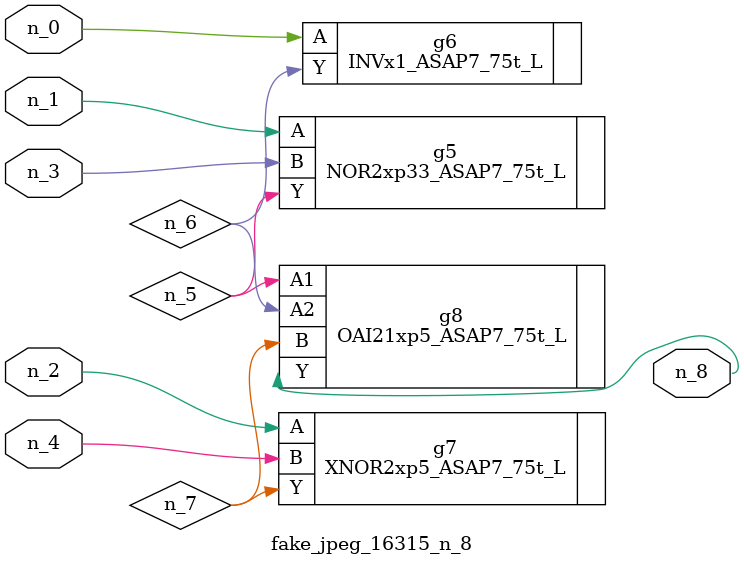
<source format=v>
module fake_jpeg_16315_n_8 (n_3, n_2, n_1, n_0, n_4, n_8);

input n_3;
input n_2;
input n_1;
input n_0;
input n_4;

output n_8;

wire n_6;
wire n_5;
wire n_7;

NOR2xp33_ASAP7_75t_L g5 ( 
.A(n_1),
.B(n_3),
.Y(n_5)
);

INVx1_ASAP7_75t_L g6 ( 
.A(n_0),
.Y(n_6)
);

XNOR2xp5_ASAP7_75t_L g7 ( 
.A(n_2),
.B(n_4),
.Y(n_7)
);

OAI21xp5_ASAP7_75t_L g8 ( 
.A1(n_5),
.A2(n_6),
.B(n_7),
.Y(n_8)
);


endmodule
</source>
